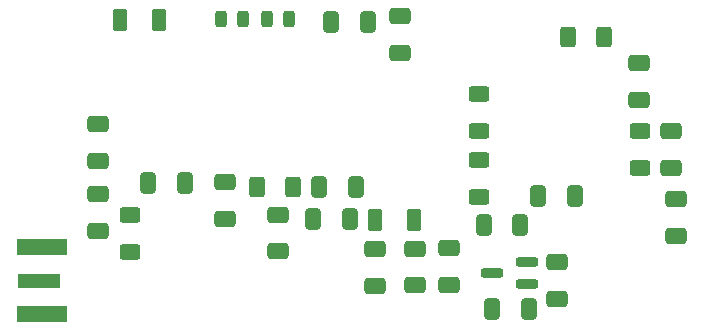
<source format=gbr>
%TF.GenerationSoftware,KiCad,Pcbnew,8.0.2-unknown-202405041935~ca16ff05df~ubuntu22.04.1*%
%TF.CreationDate,2024-05-05T07:49:21+05:30*%
%TF.ProjectId,BoB,426f422e-6b69-4636-9164-5f7063625858,rev?*%
%TF.SameCoordinates,Original*%
%TF.FileFunction,Paste,Top*%
%TF.FilePolarity,Positive*%
%FSLAX46Y46*%
G04 Gerber Fmt 4.6, Leading zero omitted, Abs format (unit mm)*
G04 Created by KiCad (PCBNEW 8.0.2-unknown-202405041935~ca16ff05df~ubuntu22.04.1) date 2024-05-05 07:49:21*
%MOMM*%
%LPD*%
G01*
G04 APERTURE LIST*
G04 Aperture macros list*
%AMRoundRect*
0 Rectangle with rounded corners*
0 $1 Rounding radius*
0 $2 $3 $4 $5 $6 $7 $8 $9 X,Y pos of 4 corners*
0 Add a 4 corners polygon primitive as box body*
4,1,4,$2,$3,$4,$5,$6,$7,$8,$9,$2,$3,0*
0 Add four circle primitives for the rounded corners*
1,1,$1+$1,$2,$3*
1,1,$1+$1,$4,$5*
1,1,$1+$1,$6,$7*
1,1,$1+$1,$8,$9*
0 Add four rect primitives between the rounded corners*
20,1,$1+$1,$2,$3,$4,$5,0*
20,1,$1+$1,$4,$5,$6,$7,0*
20,1,$1+$1,$6,$7,$8,$9,0*
20,1,$1+$1,$8,$9,$2,$3,0*%
G04 Aperture macros list end*
%ADD10RoundRect,0.243750X-0.243750X-0.456250X0.243750X-0.456250X0.243750X0.456250X-0.243750X0.456250X0*%
%ADD11RoundRect,0.250000X-0.650000X0.412500X-0.650000X-0.412500X0.650000X-0.412500X0.650000X0.412500X0*%
%ADD12RoundRect,0.250000X0.650000X-0.412500X0.650000X0.412500X-0.650000X0.412500X-0.650000X-0.412500X0*%
%ADD13RoundRect,0.250000X-0.412500X-0.650000X0.412500X-0.650000X0.412500X0.650000X-0.412500X0.650000X0*%
%ADD14RoundRect,0.250000X-0.362500X-0.700000X0.362500X-0.700000X0.362500X0.700000X-0.362500X0.700000X0*%
%ADD15RoundRect,0.250000X0.412500X0.650000X-0.412500X0.650000X-0.412500X-0.650000X0.412500X-0.650000X0*%
%ADD16RoundRect,0.250000X-0.400000X-0.625000X0.400000X-0.625000X0.400000X0.625000X-0.400000X0.625000X0*%
%ADD17RoundRect,0.250000X-0.625000X0.400000X-0.625000X-0.400000X0.625000X-0.400000X0.625000X0.400000X0*%
%ADD18RoundRect,0.250000X0.625000X-0.400000X0.625000X0.400000X-0.625000X0.400000X-0.625000X-0.400000X0*%
%ADD19RoundRect,0.250000X0.400000X0.625000X-0.400000X0.625000X-0.400000X-0.625000X0.400000X-0.625000X0*%
%ADD20R,3.600000X1.270000*%
%ADD21R,4.200000X1.350000*%
%ADD22RoundRect,0.200000X0.750000X0.200000X-0.750000X0.200000X-0.750000X-0.200000X0.750000X-0.200000X0*%
%ADD23RoundRect,0.243750X0.243750X0.456250X-0.243750X0.456250X-0.243750X-0.456250X0.243750X-0.456250X0*%
G04 APERTURE END LIST*
D10*
%TO.C,D8*%
X66435000Y-48278000D03*
X68310000Y-48278000D03*
%TD*%
D11*
%TO.C,C5*%
X75612000Y-67733000D03*
X75612000Y-70858000D03*
%TD*%
D12*
%TO.C,C8*%
X77710000Y-51102500D03*
X77710000Y-47977500D03*
%TD*%
D13*
%TO.C,C10*%
X56379500Y-62138000D03*
X59504500Y-62138000D03*
%TD*%
D14*
%TO.C,L1*%
X54009500Y-48338000D03*
X57334500Y-48338000D03*
%TD*%
D12*
%TO.C,C11*%
X52137000Y-60308000D03*
X52137000Y-57183000D03*
%TD*%
D15*
%TO.C,C6*%
X73462000Y-65208000D03*
X70337000Y-65208000D03*
%TD*%
D16*
%TO.C,R14*%
X65580000Y-62506000D03*
X68680000Y-62506000D03*
%TD*%
D15*
%TO.C,C9*%
X73991000Y-62506000D03*
X70866000Y-62506000D03*
%TD*%
D11*
%TO.C,C3*%
X78937000Y-67695500D03*
X78937000Y-70820500D03*
%TD*%
D15*
%TO.C,C19*%
X87900000Y-65730000D03*
X84775000Y-65730000D03*
%TD*%
D14*
%TO.C,L2*%
X75599500Y-65258000D03*
X78924500Y-65258000D03*
%TD*%
D13*
%TO.C,C12*%
X89377000Y-63243000D03*
X92502000Y-63243000D03*
%TD*%
D12*
%TO.C,C2*%
X97942000Y-55132500D03*
X97942000Y-52007500D03*
%TD*%
D11*
%TO.C,C13*%
X91012000Y-68815500D03*
X91012000Y-71940500D03*
%TD*%
%TO.C,C17*%
X52112000Y-63045500D03*
X52112000Y-66170500D03*
%TD*%
%TO.C,C21*%
X67387000Y-64820500D03*
X67387000Y-67945500D03*
%TD*%
%TO.C,C16*%
X62890000Y-62030000D03*
X62890000Y-65155000D03*
%TD*%
D12*
%TO.C,C7*%
X100652000Y-60908000D03*
X100652000Y-57783000D03*
%TD*%
D17*
%TO.C,R13*%
X54872000Y-64848000D03*
X54872000Y-67948000D03*
%TD*%
D18*
%TO.C,R1*%
X84376000Y-63294000D03*
X84376000Y-60194000D03*
%TD*%
D19*
%TO.C,Rin1*%
X95000000Y-49778000D03*
X91900000Y-49778000D03*
%TD*%
D20*
%TO.C,J1*%
X47152000Y-70428000D03*
D21*
X47352000Y-67603000D03*
X47352000Y-73253000D03*
%TD*%
D18*
%TO.C,Rf1*%
X97992000Y-60863000D03*
X97992000Y-57763000D03*
%TD*%
D15*
%TO.C,C1*%
X74968500Y-48514000D03*
X71843500Y-48514000D03*
%TD*%
D18*
%TO.C,R2*%
X84376000Y-57706000D03*
X84376000Y-54606000D03*
%TD*%
D22*
%TO.C,U4*%
X88470000Y-70730000D03*
X88470000Y-68830000D03*
X85470000Y-69780000D03*
%TD*%
D23*
%TO.C,D7*%
X64419500Y-48258000D03*
X62544500Y-48258000D03*
%TD*%
D13*
%TO.C,C18*%
X85480000Y-72840000D03*
X88605000Y-72840000D03*
%TD*%
D11*
%TO.C,C4*%
X81840000Y-67685000D03*
X81840000Y-70810000D03*
%TD*%
%TO.C,C14*%
X101092000Y-63500000D03*
X101092000Y-66625000D03*
%TD*%
M02*

</source>
